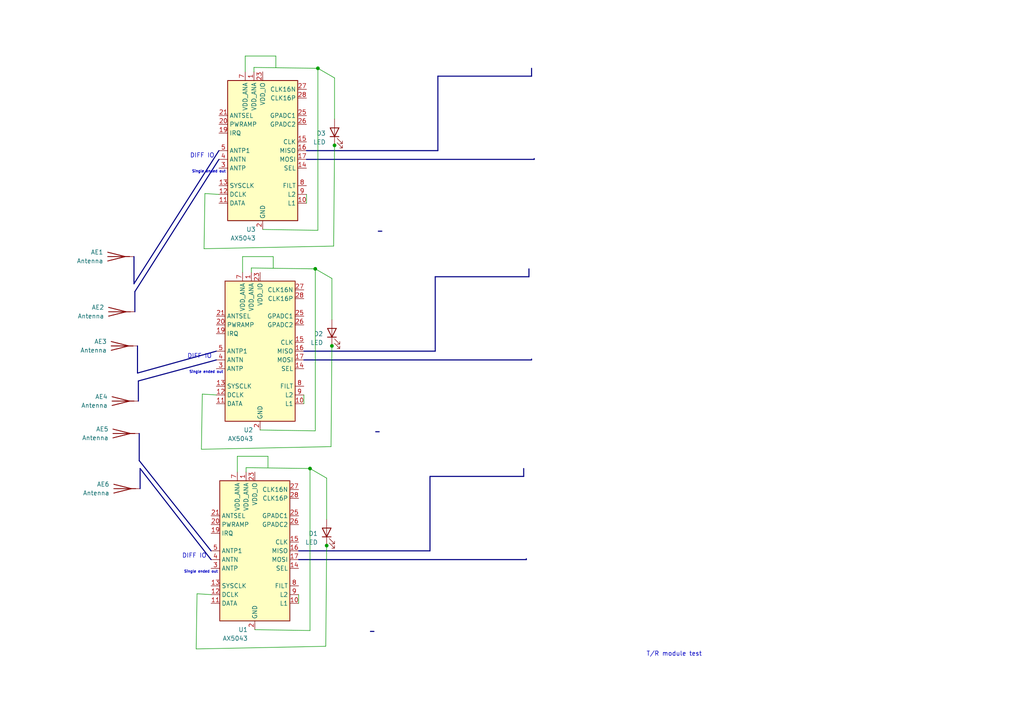
<source format=kicad_sch>
(kicad_sch (version 20211123) (generator eeschema)
  (paper "A4")
  (lib_symbols
    (symbol "Device:Antenna" (pin_numbers hide) (pin_names (offset 1.016) hide)
      (property "Reference" "AE" (at -1.905 1.905 0))
      (property "Value" "Antenna" (at -1.905 0 0))
      (symbol "Antenna_0_1"
        (polyline (pts (xy 0 2.54) (xy 0 -3.81)) (stroke (width 0.254)))
        (polyline (pts (xy 1.27 2.54) (xy 0 -2.54) (xy -1.27 2.54)) (stroke (width 0.254)))
      )
      (symbol "Antenna_1_1"
        (pin input line (at 0 -5.08 90) (length 2.54) (name "A") (number "1"))
      )
    )
    (symbol "Device:LED" (pin_numbers hide) (pin_names (offset 1.016) hide)
      (property "Reference" "D" (at 0 2.54 0))
      (property "Value" "LED" (at 0 -2.54 0))
      (symbol "LED_0_1"
        (polyline (pts (xy -1.27 -1.27) (xy -1.27 1.27)) (stroke (width 0.254)))
        (polyline (pts (xy -1.27 0) (xy 1.27 0)))
        (polyline (pts (xy 1.27 -1.27) (xy 1.27 1.27) (xy -1.27 0) (xy 1.27 -1.27)) (stroke (width 0.254)))
        (polyline (pts (xy -3.048 -0.762) (xy -4.572 -2.286) (xy -3.81 -2.286) (xy -4.572 -2.286) (xy -4.572 -1.524)))
        (polyline (pts (xy -1.778 -0.762) (xy -3.302 -2.286) (xy -2.54 -2.286) (xy -3.302 -2.286) (xy -3.302 -1.524)))
      )
      (symbol "LED_1_1"
        (pin passive line (at -3.81 0 0) (length 2.54) (name "K") (number "1"))
        (pin passive line (at 3.81 0 180) (length 2.54) (name "A") (number "2"))
      )
    )
    (symbol "RF:AX5043"
      (property "Reference" "U" (at -8.89 21.59 0))
      (property "Value" "AX5043" (at 8.89 21.59 0))
      (symbol "AX5043_1_0"
        (rectangle (start -10.16 -20.32) (end 10.16 20.32) (stroke (width 0.254)) (fill (type background)))
      )
      (symbol "AX5043_1_1"
        (pin power_out line (at 2.54 22.86 270) (length 2.54) (name "VDD_ANA") (number "1"))
        (pin passive line (at -12.7 -15.24 0) (length 2.54) (name "L1") (number "10"))
        (pin bidirectional line (at 12.7 -15.24 180) (length 2.54) (name "DATA") (number "11"))
        (pin bidirectional line (at 12.7 -12.7 180) (length 2.54) (name "DCLK") (number "12"))
        (pin bidirectional line (at 12.7 -10.16 180) (length 2.54) (name "SYSCLK") (number "13"))
        (pin input line (at -12.7 -5.08 0) (length 2.54) (name "SEL") (number "14"))
        (pin input line (at -12.7 2.54 0) (length 2.54) (name "CLK") (number "15"))
        (pin output line (at -12.7 0 0) (length 2.54) (name "MISO") (number "16"))
        (pin input line (at -12.7 -2.54 0) (length 2.54) (name "MOSI") (number "17"))
        (pin no_connect line (at -2.54 -20.32 90) (length 2.54) hide (name "NC") (number "18"))
        (pin output line (at 12.7 5.08 180) (length 2.54) (name "IRQ") (number "19"))
        (pin power_in line (at 0 -22.86 90) (length 2.54) (name "GND") (number "2"))
        (pin bidirectional line (at 12.7 7.62 180) (length 2.54) (name "PWRAMP") (number "20"))
        (pin bidirectional line (at 12.7 10.16 180) (length 2.54) (name "ANTSEL") (number "21"))
        (pin no_connect line (at 2.54 -20.32 90) (length 2.54) hide (name "NC") (number "22"))
        (pin power_in line (at 0 22.86 270) (length 2.54) (name "VDD_IO") (number "23"))
        (pin no_connect line (at -5.08 -20.32 90) (length 2.54) hide (name "NC") (number "24"))
        (pin input line (at -12.7 10.16 0) (length 2.54) (name "GPADC1") (number "25"))
        (pin input line (at -12.7 7.62 0) (length 2.54) (name "GPADC2") (number "26"))
        (pin input line (at -12.7 17.78 0) (length 2.54) (name "CLK16N") (number "27"))
        (pin input line (at -12.7 15.24 0) (length 2.54) (name "CLK16P") (number "28"))
        (pin passive line (at 0 -22.86 90) (length 2.54) hide (name "GND") (number "29"))
        (pin bidirectional line (at 12.7 -5.08 180) (length 2.54) (name "ANTP") (number "3"))
        (pin bidirectional line (at 12.7 -2.54 180) (length 2.54) (name "ANTN") (number "4"))
        (pin output line (at 12.7 0 180) (length 2.54) (name "ANTP1") (number "5"))
        (pin passive line (at 0 -22.86 90) (length 2.54) hide (name "GND") (number "6"))
        (pin power_out line (at 5.08 22.86 270) (length 2.54) (name "VDD_ANA") (number "7"))
        (pin input line (at -12.7 -10.16 0) (length 2.54) (name "FILT") (number "8"))
        (pin passive line (at -12.7 -12.7 0) (length 2.54) (name "L2") (number "9"))
      )
    )
  )
  (junction (at 92.202 19.812))
  (junction (at 89.916 135.89))
  (junction (at 91.44 77.978))
  (junction (at 96.266 100.33))
  (junction (at 97.028 42.164))
  (junction (at 94.742 158.242))
  (wire (pts (xy 94.742 158.242) (xy 94.488 187.452)))
  (wire (pts (xy 86.614 172.466) (xy 86.614 175.006)))
  (wire (pts (xy 80.01 19.558) (xy 80.01 16.256)))
  (wire (pts (xy 89.916 135.89) (xy 94.742 138.684)))
  (bus (pts (xy 39.878 108.204) (xy 39.878 100.33)))
  (wire (pts (xy 59.436 56.134) (xy 59.182 72.136)))
  (bus (pts (xy 63.5 46.228) (xy 39.116 84.582)))
  (bus (pts (xy 152.654 162.306) (xy 152.654 162.052)))
  (bus (pts (xy 110.744 67.056) (xy 109.728 67.056)))
  (wire (pts (xy 88.138 114.554) (xy 88.138 117.094)))
  (bus (pts (xy 154.178 22.098) (xy 154.178 19.812)))
  (bus (pts (xy 124.714 138.176) (xy 151.892 138.176)))
  (wire (pts (xy 97.028 41.91) (xy 97.028 42.164)))
  (wire (pts (xy 92.202 19.812) (xy 73.66 19.558)))
  (bus (pts (xy 88.138 101.854) (xy 126.238 101.854)))
  (bus (pts (xy 61.214 162.306) (xy 40.64 135.89)))
  (wire (pts (xy 59.182 72.136) (xy 96.774 71.374)))
  (bus (pts (xy 154.94 46.228) (xy 154.94 45.974)))
  (wire (pts (xy 80.01 16.256) (xy 71.12 16.256)))
  (bus (pts (xy 86.614 159.766) (xy 124.714 159.766)))
  (wire (pts (xy 72.898 77.724) (xy 72.898 78.994)))
  (wire (pts (xy 94.742 138.684) (xy 94.742 150.622)))
  (bus (pts (xy 126.238 101.854) (xy 126.238 80.264)))
  (wire (pts (xy 62.738 114.554) (xy 58.674 114.3)))
  (wire (pts (xy 92.202 19.812) (xy 97.028 22.606)))
  (wire (pts (xy 89.916 135.89) (xy 71.374 135.636)))
  (bus (pts (xy 126.238 80.264) (xy 153.416 80.264)))
  (wire (pts (xy 92.202 66.802) (xy 92.202 19.812)))
  (bus (pts (xy 153.416 80.264) (xy 153.416 77.978)))
  (wire (pts (xy 91.44 77.978) (xy 72.898 77.724)))
  (wire (pts (xy 63.5 56.388) (xy 59.436 56.134)))
  (bus (pts (xy 127 43.688) (xy 127 22.098)))
  (wire (pts (xy 73.914 182.626) (xy 89.916 182.88)))
  (bus (pts (xy 108.458 183.134) (xy 107.442 183.134)))
  (bus (pts (xy 88.138 104.394) (xy 154.178 104.394)))
  (wire (pts (xy 91.44 77.978) (xy 96.266 80.772)))
  (bus (pts (xy 40.386 133.604) (xy 40.386 125.73)))
  (bus (pts (xy 88.9 43.688) (xy 127 43.688)))
  (wire (pts (xy 57.15 172.212) (xy 56.896 188.214)))
  (wire (pts (xy 61.214 172.466) (xy 57.15 172.212)))
  (wire (pts (xy 89.916 182.88) (xy 89.916 135.89)))
  (wire (pts (xy 71.374 135.636) (xy 71.374 136.906)))
  (bus (pts (xy 88.9 46.228) (xy 154.94 46.228)))
  (wire (pts (xy 70.358 74.422) (xy 70.358 78.994)))
  (wire (pts (xy 77.724 132.334) (xy 68.834 132.334)))
  (bus (pts (xy 86.614 162.306) (xy 152.654 162.306)))
  (bus (pts (xy 154.178 104.394) (xy 154.178 104.14)))
  (bus (pts (xy 62.738 104.394) (xy 40.132 110.49)))
  (wire (pts (xy 58.42 130.302) (xy 96.012 129.54)))
  (wire (pts (xy 94.742 157.988) (xy 94.742 158.242)))
  (wire (pts (xy 96.266 80.772) (xy 96.266 92.71)))
  (wire (pts (xy 79.248 74.422) (xy 70.358 74.422)))
  (wire (pts (xy 91.44 124.968) (xy 91.44 77.978)))
  (bus (pts (xy 40.64 135.89) (xy 40.64 141.732)))
  (wire (pts (xy 96.266 100.076) (xy 96.266 100.33)))
  (wire (pts (xy 97.028 22.606) (xy 97.028 34.544)))
  (wire (pts (xy 71.12 16.256) (xy 71.12 20.828)))
  (bus (pts (xy 124.714 159.766) (xy 124.714 138.176)))
  (wire (pts (xy 73.66 19.558) (xy 73.66 20.828)))
  (wire (pts (xy 96.266 100.33) (xy 96.012 129.54)))
  (wire (pts (xy 68.834 132.334) (xy 68.834 136.906)))
  (wire (pts (xy 75.438 124.714) (xy 91.44 124.968)))
  (wire (pts (xy 97.028 42.164) (xy 96.774 71.374)))
  (wire (pts (xy 58.674 114.3) (xy 58.42 130.302)))
  (wire (pts (xy 77.724 135.636) (xy 77.724 132.334)))
  (bus (pts (xy 61.214 159.766) (xy 40.386 133.604)))
  (bus (pts (xy 62.738 101.854) (xy 39.878 108.204)))
  (bus (pts (xy 40.132 110.49) (xy 40.132 116.332)))
  (bus (pts (xy 151.892 138.176) (xy 151.892 135.89)))
  (bus (pts (xy 38.862 82.296) (xy 38.862 74.422)))
  (bus (pts (xy 109.982 125.222) (xy 108.966 125.222)))
  (wire (pts (xy 88.9 56.388) (xy 88.9 58.928)))
  (bus (pts (xy 63.5 43.688) (xy 38.862 82.296)))
  (bus (pts (xy 39.116 84.582) (xy 39.116 90.424)))
  (wire (pts (xy 76.2 66.548) (xy 92.202 66.802)))
  (wire (pts (xy 56.896 188.214) (xy 94.488 187.452)))
  (wire (pts (xy 79.248 77.724) (xy 79.248 74.422)))
  (bus (pts (xy 127 22.098) (xy 154.178 22.098)))
  (text "Single ended out" (at 65.532 50.292 180) (effects (font (size 0.75 0.75)) (justify right bottom)))
  (text "Single ended out" (at 63.246 166.37 180) (effects (font (size 0.75 0.75)) (justify right bottom)))
  (text "Single ended out" (at 64.77 108.458 180) (effects (font (size 0.75 0.75)) (justify right bottom)))
  (text "T/R module test\n" (at 187.452 190.5 0) (effects (font (size 1.27 1.27)) (justify left bottom)))
  (text "DIFF IO" (at 61.468 104.14 180) (effects (font (size 1.27 1.27)) (justify right bottom)))
  (text "DIFF IO" (at 62.23 45.974 180) (effects (font (size 1.27 1.27)) (justify right bottom)))
  (text "DIFF IO" (at 59.944 162.052 180) (effects (font (size 1.27 1.27)) (justify right bottom)))
  (symbol (lib_id "Device:LED") (at 96.266 96.52 90) (unit 1)
    (property "Reference" "D2" (at 93.726 96.8374 90) (effects (justify left)))
    (property "Value" "LED" (at 93.726 99.3774 90) (effects (justify left)))
  )
  (symbol (lib_id "Device:Antenna") (at 35.56 141.732 90) (mirror x) (unit 1)
    (property "Reference" "AE6" (at 31.75 140.4619 90) (effects (justify left)))
    (property "Value" "Antenna" (at 31.75 143.0019 90) (effects (justify left)))
  )
  (symbol (lib_id "RF:AX5043") (at 73.914 159.766 0) (mirror y) (unit 1)
    (property "Reference" "U1" (at 71.8946 182.626 0) (effects (justify left)))
    (property "Value" "AX5043" (at 71.8946 185.166 0) (effects (justify left)))
    (property "Footprint" "Package_DFN_QFN:QFN-28-1EP_5x5mm_P0.5mm_EP3.35x3.35mm" (effects hide))
    (property "Datasheet" "https://www.onsemi.com/pub/Collateral/AX5043-D.PDF" (effects hide))
  )
  (symbol (lib_id "Device:LED") (at 97.028 38.354 90) (unit 1)
    (property "Reference" "D3" (at 94.488 38.6714 90) (effects (justify left)))
    (property "Value" "LED" (at 94.488 41.2114 90) (effects (justify left)))
  )
  (symbol (lib_id "Device:Antenna") (at 35.052 116.332 90) (mirror x) (unit 1)
    (property "Reference" "AE4" (at 31.242 115.0619 90) (effects (justify left)))
    (property "Value" "Antenna" (at 31.242 117.6019 90) (effects (justify left)))
  )
  (symbol (lib_id "Device:Antenna") (at 35.306 125.73 90) (mirror x) (unit 1)
    (property "Reference" "AE5" (at 31.496 124.4599 90) (effects (justify left)))
    (property "Value" "Antenna" (at 31.496 126.9999 90) (effects (justify left)))
  )
  (symbol (lib_id "RF:AX5043") (at 75.438 101.854 0) (mirror y) (unit 1)
    (property "Reference" "U2" (at 73.4186 124.714 0) (effects (justify left)))
    (property "Value" "AX5043" (at 73.4186 127.254 0) (effects (justify left)))
    (property "Footprint" "Package_DFN_QFN:QFN-28-1EP_5x5mm_P0.5mm_EP3.35x3.35mm" (effects hide))
    (property "Datasheet" "https://www.onsemi.com/pub/Collateral/AX5043-D.PDF" (effects hide))
  )
  (symbol (lib_id "Device:Antenna") (at 33.782 74.422 90) (mirror x) (unit 1)
    (property "Reference" "AE1" (at 29.972 73.1519 90) (effects (justify left)))
    (property "Value" "Antenna" (at 29.972 75.6919 90) (effects (justify left)))
  )
  (symbol (lib_id "Device:Antenna") (at 34.036 90.424 90) (mirror x) (unit 1)
    (property "Reference" "AE2" (at 30.226 89.1539 90) (effects (justify left)))
    (property "Value" "Antenna" (at 30.226 91.6939 90) (effects (justify left)))
  )
  (symbol (lib_id "RF:AX5043") (at 76.2 43.688 0) (mirror y) (unit 1)
    (property "Reference" "U3" (at 74.1806 66.548 0) (effects (justify left)))
    (property "Value" "AX5043" (at 74.1806 69.088 0) (effects (justify left)))
    (property "Footprint" "Package_DFN_QFN:QFN-28-1EP_5x5mm_P0.5mm_EP3.35x3.35mm" (effects hide))
    (property "Datasheet" "https://www.onsemi.com/pub/Collateral/AX5043-D.PDF" (effects hide))
  )
  (symbol (lib_id "Device:Antenna") (at 34.798 100.33 90) (mirror x) (unit 1)
    (property "Reference" "AE3" (at 30.988 99.0599 90) (effects (justify left)))
    (property "Value" "Antenna" (at 30.988 101.5999 90) (effects (justify left)))
  )
  (symbol (lib_id "Device:LED") (at 94.742 154.432 90) (unit 1)
    (property "Reference" "D1" (at 92.202 154.7494 90) (effects (justify left)))
    (property "Value" "LED" (at 92.202 157.2894 90) (effects (justify left)))
  )
)
</source>
